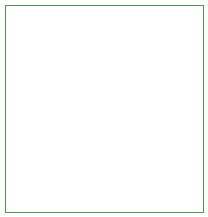
<source format=gbr>
G04 #@! TF.GenerationSoftware,KiCad,Pcbnew,(5.1.4)-1*
G04 #@! TF.CreationDate,2019-10-03T12:30:05-04:00*
G04 #@! TF.ProjectId,I2C_Breakout,4932435f-4272-4656-916b-6f75742e6b69,rev?*
G04 #@! TF.SameCoordinates,Original*
G04 #@! TF.FileFunction,Profile,NP*
%FSLAX46Y46*%
G04 Gerber Fmt 4.6, Leading zero omitted, Abs format (unit mm)*
G04 Created by KiCad (PCBNEW (5.1.4)-1) date 2019-10-03 12:30:05*
%MOMM*%
%LPD*%
G04 APERTURE LIST*
%ADD10C,0.050000*%
G04 APERTURE END LIST*
D10*
X167000000Y-80500000D02*
X167000000Y-98000000D01*
X150250000Y-80500000D02*
X167000000Y-80500000D01*
X150250000Y-98000000D02*
X150250000Y-80500000D01*
X167000000Y-98000000D02*
X150250000Y-98000000D01*
M02*

</source>
